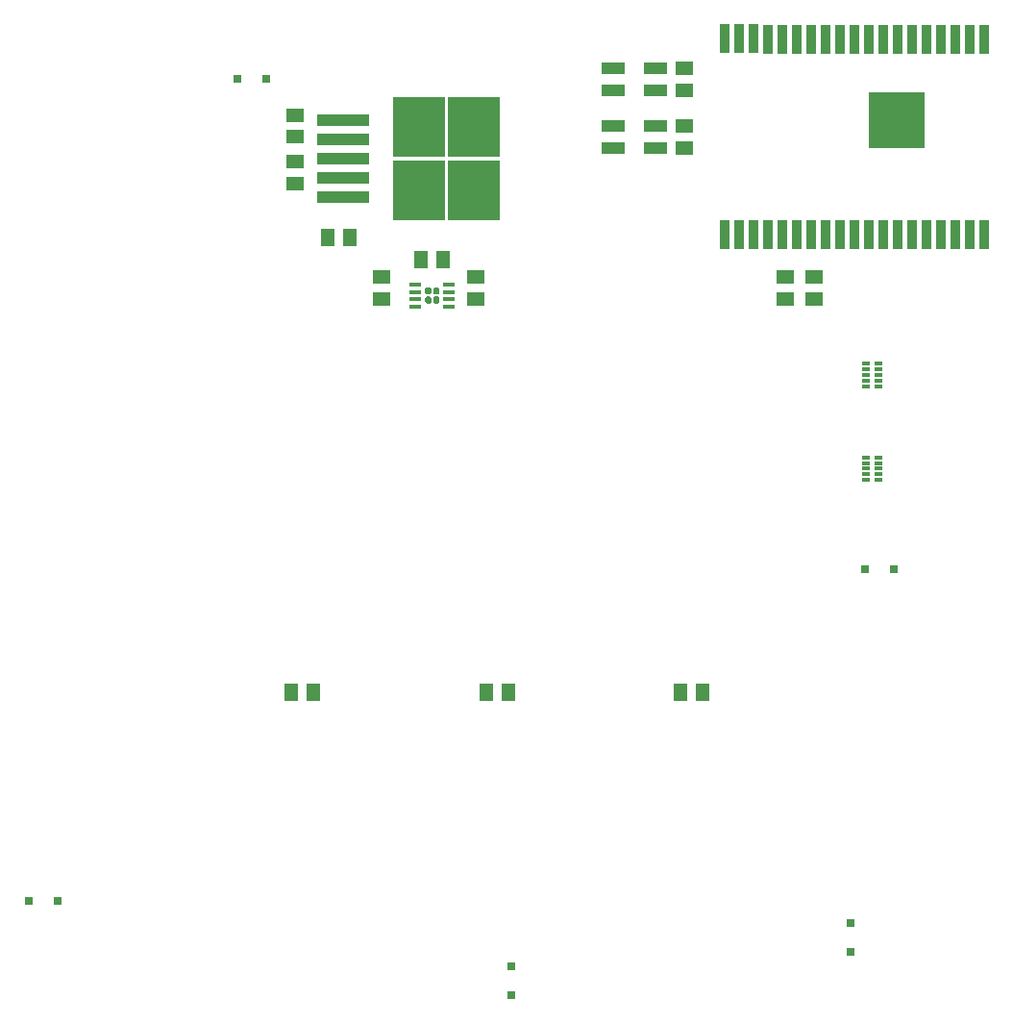
<source format=gtp>
G04 #@! TF.GenerationSoftware,KiCad,Pcbnew,(5.1.6)-1*
G04 #@! TF.CreationDate,2021-06-16T15:57:26+02:00*
G04 #@! TF.ProjectId,wall-sensor-of-room-temperature,77616c6c-2d73-4656-9e73-6f722d6f662d,rev?*
G04 #@! TF.SameCoordinates,Original*
G04 #@! TF.FileFunction,Paste,Top*
G04 #@! TF.FilePolarity,Positive*
%FSLAX46Y46*%
G04 Gerber Fmt 4.6, Leading zero omitted, Abs format (unit mm)*
G04 Created by KiCad (PCBNEW (5.1.6)-1) date 2021-06-16 15:57:26*
%MOMM*%
%LPD*%
G01*
G04 APERTURE LIST*
%ADD10R,1.000000X0.310000*%
%ADD11R,0.800000X0.800000*%
%ADD12R,4.600000X1.100000*%
%ADD13R,4.550000X5.250000*%
%ADD14R,0.800000X0.300000*%
%ADD15R,5.000000X5.000000*%
%ADD16R,0.900000X2.500000*%
%ADD17R,2.000000X1.000000*%
%ADD18R,1.500000X1.300000*%
%ADD19R,1.300000X1.500000*%
G04 APERTURE END LIST*
G36*
G01*
X88195000Y-94035000D02*
X88195000Y-94395000D01*
G75*
G02*
X88055000Y-94535000I-140000J0D01*
G01*
X87775000Y-94535000D01*
G75*
G02*
X87635000Y-94395000I0J140000D01*
G01*
X87635000Y-94035000D01*
G75*
G02*
X87775000Y-93895000I140000J0D01*
G01*
X88055000Y-93895000D01*
G75*
G02*
X88195000Y-94035000I0J-140000D01*
G01*
G37*
D10*
X86779100Y-94290000D03*
X89750900Y-95590000D03*
G36*
G01*
X88895000Y-94835000D02*
X88895000Y-95195000D01*
G75*
G02*
X88755000Y-95335000I-140000J0D01*
G01*
X88475000Y-95335000D01*
G75*
G02*
X88335000Y-95195000I0J140000D01*
G01*
X88335000Y-94835000D01*
G75*
G02*
X88475000Y-94695000I140000J0D01*
G01*
X88755000Y-94695000D01*
G75*
G02*
X88895000Y-94835000I0J-140000D01*
G01*
G37*
X86779100Y-95590000D03*
X86779100Y-94940000D03*
X89750900Y-93640000D03*
X89750900Y-94290000D03*
G36*
G01*
X88895000Y-94035000D02*
X88895000Y-94395000D01*
G75*
G02*
X88755000Y-94535000I-140000J0D01*
G01*
X88475000Y-94535000D01*
G75*
G02*
X88335000Y-94395000I0J140000D01*
G01*
X88335000Y-94035000D01*
G75*
G02*
X88475000Y-93895000I140000J0D01*
G01*
X88755000Y-93895000D01*
G75*
G02*
X88895000Y-94035000I0J-140000D01*
G01*
G37*
G36*
G01*
X88195000Y-94835000D02*
X88195000Y-95195000D01*
G75*
G02*
X88055000Y-95335000I-140000J0D01*
G01*
X87775000Y-95335000D01*
G75*
G02*
X87635000Y-95195000I0J140000D01*
G01*
X87635000Y-94835000D01*
G75*
G02*
X87775000Y-94695000I140000J0D01*
G01*
X88055000Y-94695000D01*
G75*
G02*
X88195000Y-94835000I0J-140000D01*
G01*
G37*
X89750900Y-94940000D03*
X86779100Y-93640000D03*
D11*
X52705000Y-147955000D03*
X55245000Y-147955000D03*
D12*
X80385000Y-80850000D03*
X80385000Y-85950000D03*
X80385000Y-84250000D03*
X80385000Y-79150000D03*
D13*
X87110000Y-85325000D03*
X87110000Y-79775000D03*
D12*
X80385000Y-82550000D03*
D13*
X91960000Y-79775000D03*
X91960000Y-85325000D03*
D14*
X126460000Y-110355000D03*
X126460000Y-108855000D03*
X127540000Y-110855000D03*
X127540000Y-110355000D03*
X126460000Y-109855000D03*
X126460000Y-109355000D03*
X126460000Y-110855000D03*
X127540000Y-109855000D03*
X127540000Y-109355000D03*
X127540000Y-108855000D03*
X126460000Y-102100000D03*
X126460000Y-100600000D03*
X127540000Y-102600000D03*
X127540000Y-102100000D03*
X126460000Y-101600000D03*
X126460000Y-101100000D03*
X126460000Y-102600000D03*
X127540000Y-101600000D03*
X127540000Y-101100000D03*
X127540000Y-100600000D03*
D15*
X129175000Y-79145000D03*
D16*
X136870000Y-89270000D03*
X135600000Y-89270000D03*
X134330000Y-89270000D03*
X121630000Y-72020000D03*
X131790000Y-72020000D03*
X127980000Y-89270000D03*
X124170000Y-72020000D03*
X127980000Y-72020000D03*
X133060000Y-72020000D03*
X135600000Y-72020000D03*
X130520000Y-89270000D03*
X122900000Y-72020000D03*
X134330000Y-72020000D03*
X114010000Y-89281000D03*
X120360000Y-72020000D03*
X126710000Y-72020000D03*
X121630000Y-89270000D03*
X120360000Y-89281000D03*
X126710000Y-89270000D03*
X129250000Y-72020000D03*
X116550000Y-89281000D03*
X122900000Y-89270000D03*
X133060000Y-89270000D03*
X117820000Y-89270000D03*
X124170000Y-89270000D03*
X129250000Y-89270000D03*
X131790000Y-89270000D03*
X125440000Y-89270000D03*
X125440000Y-72020000D03*
X130520000Y-72020000D03*
X115280000Y-89281000D03*
X119090000Y-89270000D03*
X115280000Y-72009000D03*
X136870000Y-72020000D03*
X114010000Y-72009000D03*
X117820000Y-72020000D03*
X116550000Y-72009000D03*
X119090000Y-72020000D03*
D17*
X104170000Y-79645000D03*
X104170000Y-81645000D03*
X107920000Y-79645000D03*
X107920000Y-81645000D03*
X104170000Y-74565000D03*
X104170000Y-76565000D03*
X107920000Y-74565000D03*
X107920000Y-76565000D03*
D11*
X95250000Y-156210000D03*
X95250000Y-153670000D03*
D18*
X119380000Y-93010000D03*
X119380000Y-94950000D03*
D19*
X75865000Y-129540000D03*
X77805000Y-129540000D03*
X93010000Y-129540000D03*
X94950000Y-129540000D03*
X110155000Y-129540000D03*
X112095000Y-129540000D03*
D18*
X121920000Y-94950000D03*
X121920000Y-93010000D03*
D11*
X126365000Y-118745000D03*
X128905000Y-118745000D03*
X125095000Y-149860000D03*
X125095000Y-152400000D03*
X73660000Y-75565000D03*
X71120000Y-75565000D03*
D18*
X110490000Y-81615000D03*
X110490000Y-79675000D03*
X110490000Y-76535000D03*
X110490000Y-74595000D03*
X92075000Y-94950000D03*
X92075000Y-93010000D03*
X76200000Y-84790000D03*
X76200000Y-82850000D03*
D19*
X79040000Y-89535000D03*
X80980000Y-89535000D03*
X87295000Y-91440000D03*
X89235000Y-91440000D03*
D18*
X83820000Y-94950000D03*
X83820000Y-93010000D03*
X76200000Y-78705000D03*
X76200000Y-80645000D03*
M02*

</source>
